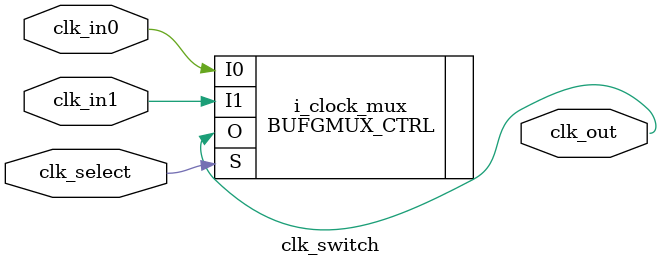
<source format=v>
module clk_switch (
    input clk_select,
    input clk_in0,
    input clk_in1,
    output wire clk_out
);

  BUFGMUX_CTRL i_clock_mux (
      .S (clk_select),
      .I0(clk_in0),
      .I1(clk_in1),
      .O (clk_out)
  );

  // Simulate waves
  // initial begin
  //   $dumpfile("dump.vcd");
  //   $dumpvars(1, clk_switch);
  // end

endmodule

</source>
